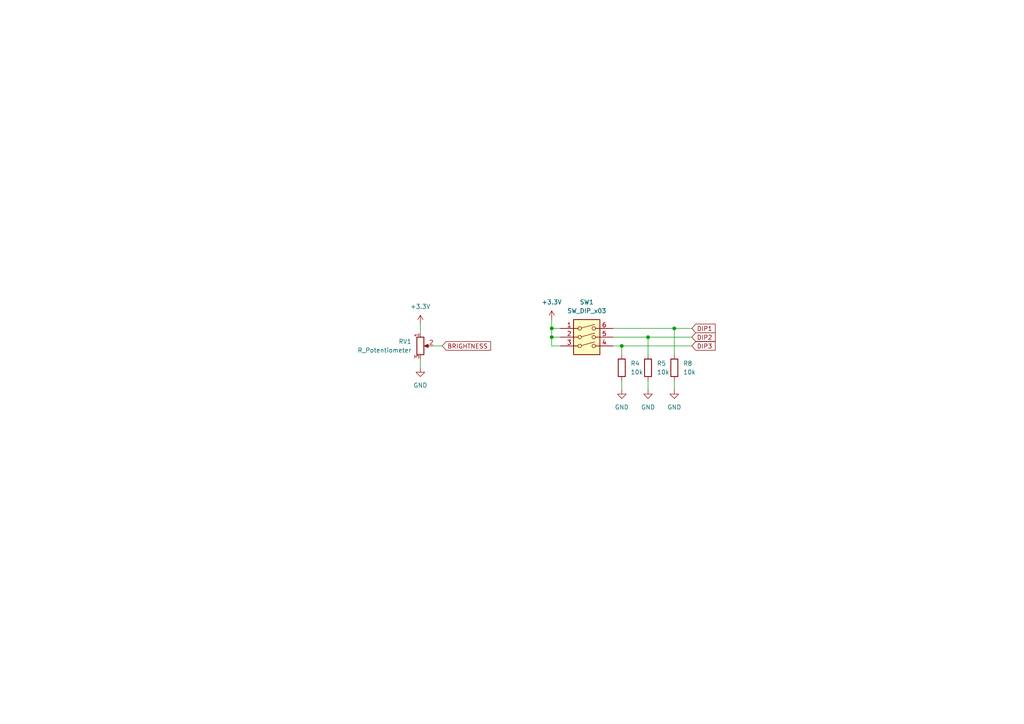
<source format=kicad_sch>
(kicad_sch (version 20231120) (generator "eeschema") (generator_version "8.0")
  (paper "A4")
  (lib_symbols
    (symbol "Device:R" (pin_numbers hide) (pin_names (offset 0))
      (property "Reference" "R" (at 2.032 0 90))
      (property "Value" "R" (at 0 0 90))
      (symbol "R_0_1"
        (rectangle (start -1.016 -2.54) (end 1.016 2.54) (stroke (width 0.254)))
      )
      (symbol "R_1_1"
        (pin passive line (at 0 3.81 270) (length 1.27) (name "~") (number "1"))
        (pin passive line (at 0 -3.81 90) (length 1.27) (name "~") (number "2"))
      )
    )
    (symbol "Device:R_Potentiometer" (pin_names (offset 1.016) hide)
      (property "Reference" "RV" (at -4.445 0 90))
      (property "Value" "R_Potentiometer" (at -2.54 0 90))
      (symbol "R_Potentiometer_0_1"
        (polyline (pts (xy 2.54 0) (xy 1.524 0)))
        (polyline (pts (xy 1.143 0) (xy 2.286 0.508) (xy 2.286 -0.508) (xy 1.143 0)) (fill (type outline)))
        (rectangle (start 1.016 2.54) (end -1.016 -2.54) (stroke (width 0.254)))
      )
      (symbol "R_Potentiometer_1_1"
        (pin passive line (at 0 3.81 270) (length 1.27) (name "1") (number "1"))
        (pin passive line (at 3.81 0 180) (length 1.27) (name "2") (number "2"))
        (pin passive line (at 0 -3.81 90) (length 1.27) (name "3") (number "3"))
      )
    )
    (symbol "Switch:SW_DIP_x03" (pin_names (offset 0) hide)
      (property "Reference" "SW" (at 0 6.35 0))
      (property "Value" "SW_DIP_x03" (at 0 -6.35 0))
      (symbol "SW_DIP_x03_0_0"
        (circle (center -2.032 -2.54) (radius 0.508))
        (circle (center -2.032 0) (radius 0.508))
        (circle (center -2.032 2.54) (radius 0.508))
        (polyline (pts (xy -1.524 -2.413) (xy 2.3622 -1.3716)))
        (polyline (pts (xy -1.524 0.127) (xy 2.3622 1.1684)))
        (polyline (pts (xy -1.524 2.667) (xy 2.3622 3.7084)))
        (circle (center 2.032 -2.54) (radius 0.508))
        (circle (center 2.032 0) (radius 0.508))
        (circle (center 2.032 2.54) (radius 0.508))
      )
      (symbol "SW_DIP_x03_0_1"
        (rectangle (start -3.81 5.08) (end 3.81 -5.08) (stroke (width 0.254)) (fill (type background)))
      )
      (symbol "SW_DIP_x03_1_1"
        (pin passive line (at -7.62 2.54 0) (length 5.08) (name "~") (number "1"))
        (pin passive line (at -7.62 0 0) (length 5.08) (name "~") (number "2"))
        (pin passive line (at -7.62 -2.54 0) (length 5.08) (name "~") (number "3"))
        (pin passive line (at 7.62 -2.54 180) (length 5.08) (name "~") (number "4"))
        (pin passive line (at 7.62 0 180) (length 5.08) (name "~") (number "5"))
        (pin passive line (at 7.62 2.54 180) (length 5.08) (name "~") (number "6"))
      )
    )
    (symbol "power:+3.3V" (power) (pin_numbers hide) (pin_names (offset 0) hide)
      (property "Value" "+3.3V" (at 0 3.556 0))
      (symbol "+3.3V_0_1"
        (polyline (pts (xy -0.762 1.27) (xy 0 2.54)))
        (polyline (pts (xy 0 0) (xy 0 2.54)))
        (polyline (pts (xy 0 2.54) (xy 0.762 1.27)))
      )
      (symbol "+3.3V_1_1"
        (pin power_in line (at 0 0 90) (length 0) (name "~") (number "1"))
      )
    )
    (symbol "power:GND" (power) (pin_numbers hide) (pin_names (offset 0) hide)
      (property "Value" "GND" (at 0 -3.81 0))
      (symbol "GND_0_1"
        (polyline (pts (xy 0 0) (xy 0 -1.27) (xy 1.27 -1.27) (xy 0 -2.54) (xy -1.27 -1.27) (xy 0 -1.27)))
      )
      (symbol "GND_1_1"
        (pin power_in line (at 0 0 270) (length 0) (name "~") (number "1"))
      )
    )
  )
  (junction (at 160.02 97.79))
  (junction (at 187.96 97.79))
  (junction (at 195.58 95.25))
  (junction (at 160.02 95.25))
  (junction (at 180.34 100.33))
  (wire (pts (xy 187.96 97.79) (xy 200.66 97.79)))
  (wire (pts (xy 195.58 110.49) (xy 195.58 113.03)))
  (wire (pts (xy 160.02 92.71) (xy 160.02 95.25)))
  (wire (pts (xy 195.58 95.25) (xy 195.58 102.87)))
  (wire (pts (xy 177.8 95.25) (xy 195.58 95.25)))
  (wire (pts (xy 160.02 97.79) (xy 160.02 100.33)))
  (wire (pts (xy 160.02 95.25) (xy 160.02 97.79)))
  (wire (pts (xy 125.73 100.33) (xy 128.27 100.33)))
  (wire (pts (xy 121.92 104.14) (xy 121.92 106.68)))
  (wire (pts (xy 180.34 100.33) (xy 180.34 102.87)))
  (wire (pts (xy 177.8 100.33) (xy 180.34 100.33)))
  (wire (pts (xy 121.92 93.98) (xy 121.92 96.52)))
  (wire (pts (xy 160.02 95.25) (xy 162.56 95.25)))
  (wire (pts (xy 187.96 97.79) (xy 187.96 102.87)))
  (wire (pts (xy 160.02 97.79) (xy 162.56 97.79)))
  (wire (pts (xy 180.34 110.49) (xy 180.34 113.03)))
  (wire (pts (xy 180.34 100.33) (xy 200.66 100.33)))
  (wire (pts (xy 187.96 110.49) (xy 187.96 113.03)))
  (wire (pts (xy 195.58 95.25) (xy 200.66 95.25)))
  (wire (pts (xy 177.8 97.79) (xy 187.96 97.79)))
  (wire (pts (xy 160.02 100.33) (xy 162.56 100.33)))
  (global_label "BRIGHTNESS" (shape input) (at 128.27 100.33 0) (property "Intersheetrefs" "${INTERSHEET_REFS}" (effects (hide yes))))
  (global_label "DIP3" (shape input) (at 200.66 100.33 0) (property "Intersheetrefs" "${INTERSHEET_REFS}" (effects (hide yes))))
  (global_label "DIP1" (shape input) (at 200.66 95.25 0) (property "Intersheetrefs" "${INTERSHEET_REFS}" (effects (hide yes))))
  (global_label "DIP2" (shape input) (at 200.66 97.79 0) (property "Intersheetrefs" "${INTERSHEET_REFS}" (effects (hide yes))))
  (symbol (lib_id "power:GND") (at 180.34 113.03 0) (unit 1)
    (property "Reference" "#PWR031" (effects (hide yes)))
    (property "Value" "GND" (at 180.34 118.11 0))
    (property "Description" "Power symbol creates a global label with name \"GND\" , ground" (effects (hide yes)))
  )
  (symbol (lib_id "Device:R_Potentiometer") (at 121.92 100.33 0) (unit 1)
    (property "Reference" "RV1" (at 119.38 99.0599 0) (effects (justify right)))
    (property "Value" "R_Potentiometer" (at 119.38 101.5999 0) (effects (justify right)))
    (property "Footprint" "Potentiometer_SMD:Potentiometer_Bourns_TC33X_Vertical" (effects (hide yes)))
    (property "Description" "Potentiometer" (effects (hide yes)))
  )
  (symbol (lib_id "Switch:SW_DIP_x03") (at 170.18 97.79 0) (unit 1)
    (property "Reference" "SW1" (at 170.18 87.63 0))
    (property "Value" "SW_DIP_x03" (at 170.18 90.17 0))
    (property "Footprint" "Button_Switch_SMD:SW_DIP_SPSTx03_Slide_6.7x9.18mm_W8.61mm_P2.54mm_LowProfile" (effects (hide yes)))
    (property "Description" "3x DIP Switch, Single Pole Single Throw (SPST) switch, small symbol" (effects (hide yes)))
  )
  (symbol (lib_id "power:+3.3V") (at 160.02 92.71 0) (unit 1)
    (property "Reference" "#PWR030" (effects (hide yes)))
    (property "Value" "+3.3V" (at 160.02 87.63 0))
    (property "Description" "Power symbol creates a global label with name \"+3.3V\"" (effects (hide yes)))
  )
  (symbol (lib_id "power:GND") (at 121.92 106.68 0) (unit 1)
    (property "Reference" "#PWR029" (effects (hide yes)))
    (property "Value" "GND" (at 121.92 111.76 0))
    (property "Description" "Power symbol creates a global label with name \"GND\" , ground" (effects (hide yes)))
  )
  (symbol (lib_id "Device:R") (at 195.58 106.68 0) (unit 1)
    (property "Reference" "R8" (at 198.12 105.4099 0) (effects (justify left)))
    (property "Value" "10k" (at 198.12 107.9499 0) (effects (justify left)))
    (property "Footprint" "Resistor_SMD:R_0805_2012Metric_Pad1.20x1.40mm_HandSolder" (effects (hide yes)))
    (property "Description" "Resistor" (effects (hide yes)))
  )
  (symbol (lib_id "Device:R") (at 180.34 106.68 0) (unit 1)
    (property "Reference" "R4" (at 182.88 105.4099 0) (effects (justify left)))
    (property "Value" "10k" (at 182.88 107.9499 0) (effects (justify left)))
    (property "Footprint" "Resistor_SMD:R_0805_2012Metric_Pad1.20x1.40mm_HandSolder" (effects (hide yes)))
    (property "Description" "Resistor" (effects (hide yes)))
  )
  (symbol (lib_id "Device:R") (at 187.96 106.68 0) (unit 1)
    (property "Reference" "R5" (at 190.5 105.4099 0) (effects (justify left)))
    (property "Value" "10k" (at 190.5 107.9499 0) (effects (justify left)))
    (property "Footprint" "Resistor_SMD:R_0805_2012Metric_Pad1.20x1.40mm_HandSolder" (effects (hide yes)))
    (property "Description" "Resistor" (effects (hide yes)))
  )
  (symbol (lib_id "power:+3.3V") (at 121.92 93.98 0) (unit 1)
    (property "Reference" "#PWR028" (effects (hide yes)))
    (property "Value" "+3.3V" (at 121.92 88.9 0))
    (property "Description" "Power symbol creates a global label with name \"+3.3V\"" (effects (hide yes)))
  )
  (symbol (lib_id "power:GND") (at 195.58 113.03 0) (unit 1)
    (property "Reference" "#PWR037" (effects (hide yes)))
    (property "Value" "GND" (at 195.58 118.11 0))
    (property "Description" "Power symbol creates a global label with name \"GND\" , ground" (effects (hide yes)))
  )
  (symbol (lib_id "power:GND") (at 187.96 113.03 0) (unit 1)
    (property "Reference" "#PWR032" (effects (hide yes)))
    (property "Value" "GND" (at 187.96 118.11 0))
    (property "Description" "Power symbol creates a global label with name \"GND\" , ground" (effects (hide yes)))
  )
)
</source>
